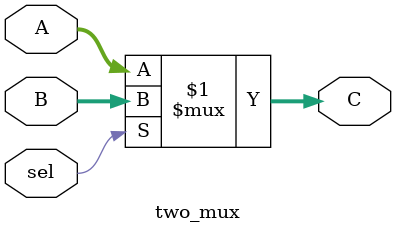
<source format=v>
`timescale 1ns / 1ps

`include "im.v"
`include "pc.v"




module IF(
    input StallF,
    input PC_MUX_sel,
    input [31:0] NPC_out_PC,
    input clk,
    input reset,
	 input IRQ,
    output [31:0] PC4,
    output [31:0] Instr
    );
	 
	 wire PC_en = ~StallF;
	 wire [31:0] PC_add_4;
	 wire [31:0] new_PC;
	 wire [31:0] old_PC;
	 
	 
	 assign PC_add_4 = old_PC + 4;
	 
	 two_mux PC_MUX(.A(PC_add_4),.B(NPC_out_PC),.sel(PC_MUX_sel),.C(new_PC));
	 
	 
	 pc PC(.newpc(new_PC),.IRQ(IRQ),.clk(clk),.reset(reset),.StallF(StallF),.oldpc(old_PC));
	 
	 im IM(.PC(old_PC),.Out(Instr));
	 
	 assign PC4 = PC_add_4;

endmodule

module two_mux(
	input [31:0] A,
	input [31:0] B,
	input sel,
	output [31:0] C
	);
	
	assign C = (sel)?B:A; 
	
endmodule

</source>
